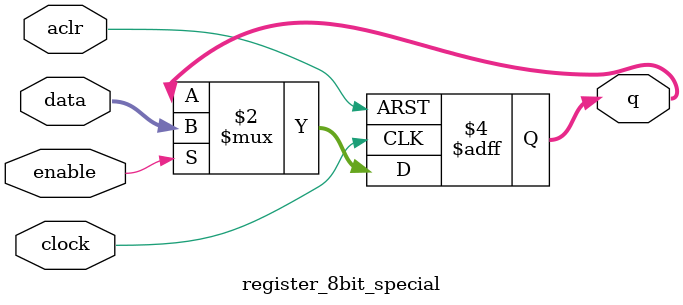
<source format=v>
`timescale 1 ps / 1 ps
module register_8bit_special (
	aclr,
	clock,
	data,
	enable,
	q);

	input	  aclr;
	input	  clock;
	input	[7:0]  data;
	input	  enable;
	output reg	[7:0]  q;
	
	always @(posedge clock, posedge aclr)
	begin
		if (aclr)
			q <= 8'b00001010;
		else if (enable)
			q <= data;
	end

endmodule
</source>
